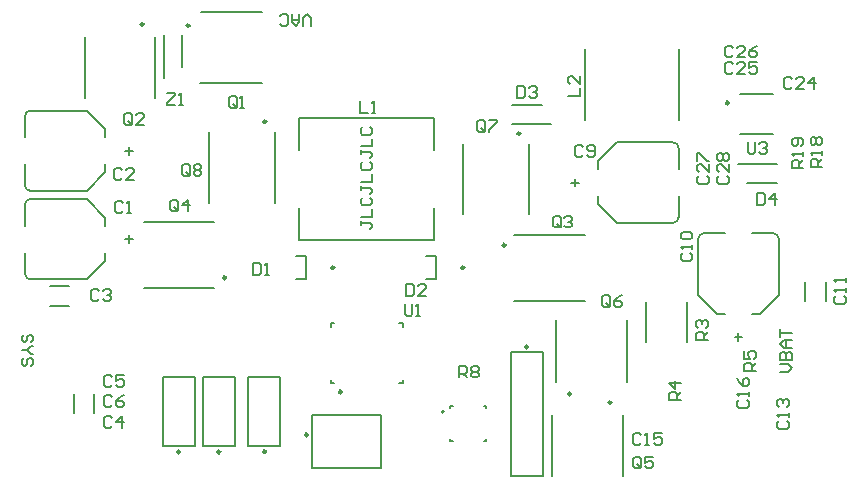
<source format=gbr>
%TF.GenerationSoftware,Altium Limited,Altium Designer,25.4.2 (15)*%
G04 Layer_Color=65535*
%FSLAX45Y45*%
%MOMM*%
%TF.SameCoordinates,3CA1961E-9661-47C5-9BAE-CD2B19B8C498*%
%TF.FilePolarity,Positive*%
%TF.FileFunction,Legend,Top*%
%TF.Part,Single*%
G01*
G75*
%TA.AperFunction,NonConductor*%
%ADD55C,0.20000*%
%ADD56C,0.25000*%
%ADD57C,0.15240*%
%ADD58C,0.12700*%
%ADD59C,0.15000*%
D55*
X14439999Y6945000D02*
G03*
X14395000Y6990000I-45000J0D01*
G01*
X13805000D02*
G03*
X13760001Y6945000I0J-45000D01*
G01*
X13592300Y7715410D02*
G03*
X13547301Y7760410I-45000J-0D01*
G01*
Y7080410D02*
G03*
X13592300Y7125410I0J45000D01*
G01*
X11608000Y5479400D02*
G03*
X11608000Y5479400I-10000J0D01*
G01*
X8105109Y7280200D02*
G03*
X8060109Y7235200I0J-45000D01*
G01*
Y6645200D02*
G03*
X8105109Y6600200I45000J0D01*
G01*
X8105000Y8030000D02*
G03*
X8060000Y7985000I0J-45000D01*
G01*
Y7395000D02*
G03*
X8105000Y7350000I45000J0D01*
G01*
X14439999Y6470000D02*
Y6945000D01*
X14214999Y6990000D02*
X14395000D01*
X14214999Y6310000D02*
X14280000D01*
X14439999Y6470000D01*
X13760001D02*
Y6945000D01*
X13805000Y6990000D02*
X13985001D01*
X13920000Y6310000D02*
X13985001D01*
X13760001Y6470000D02*
X13920000Y6310000D01*
X11525000Y6935000D02*
Y7205000D01*
X10375000Y6935000D02*
Y7205000D01*
X11525000Y7695000D02*
Y7965000D01*
X10375000Y7695000D02*
Y7965000D01*
Y6935000D02*
X11525000D01*
X10375000Y7965000D02*
X11525000D01*
X10486331Y5004549D02*
X11076331D01*
X10486331D02*
Y5454549D01*
X11076331D01*
Y5004549D02*
Y5454549D01*
X9063800Y6526500D02*
X9662800D01*
X9063800Y7086000D02*
X9662800D01*
X9225000Y5188500D02*
Y5771500D01*
X9495000D01*
Y5188500D02*
Y5771500D01*
X9225000Y5188500D02*
X9495000D01*
X12330000Y7150500D02*
Y7749500D01*
X11770500Y7150500D02*
Y7749500D01*
X12912300Y7600410D02*
X13072301Y7760410D01*
X12912300Y7535410D02*
Y7600410D01*
X13592300Y7535410D02*
Y7715410D01*
X13072301Y7760410D02*
X13547301D01*
X12912300Y7240410D02*
X13072301Y7080410D01*
X12912300Y7240410D02*
Y7305410D01*
X13592300Y7125410D02*
Y7305410D01*
X13072301Y7080410D02*
X13547301D01*
X8563487Y8135544D02*
Y8655544D01*
X9163500Y8134500D02*
Y8654500D01*
X10180000Y7250500D02*
Y7849500D01*
X9620500Y7250500D02*
Y7849500D01*
X12171800Y4938000D02*
Y5984000D01*
X12440800D01*
Y4938000D02*
Y5984000D01*
X12171800Y4938000D02*
X12440800D01*
X14170000Y7420000D02*
X14430000D01*
X14096001Y7580000D02*
X14430000D01*
X12180000Y8080000D02*
X12440000D01*
X12180000Y7920000D02*
X12514000D01*
X14110001Y8170000D02*
X14390001D01*
X14110001Y7830000D02*
X14390001D01*
X9950451Y5190264D02*
X10220450D01*
Y5773264D01*
X9950451D02*
X10220450D01*
X9950451Y5190264D02*
Y5773264D01*
X9565000Y5188500D02*
X9835000D01*
Y5771500D01*
X9565000D02*
X9835000D01*
X9565000Y5188500D02*
Y5771500D01*
X12200500Y6980000D02*
X12799500D01*
X12200500Y6420500D02*
X12799500D01*
X13156512Y5734456D02*
Y6254456D01*
X12556500Y5735500D02*
Y6255500D01*
X13317500Y6067500D02*
Y6412500D01*
X13662500Y6067500D02*
Y6412500D01*
X12523487Y4935544D02*
Y5455544D01*
X13123500Y4934500D02*
Y5454500D01*
X14837500Y6420000D02*
Y6580000D01*
X14662500Y6420000D02*
Y6580000D01*
X11535000Y6613000D02*
Y6787000D01*
X11457500Y6605000D02*
X11542500D01*
X11457500Y6795000D02*
X11542500D01*
X10435000Y6613000D02*
Y6787000D01*
X10357500Y6605000D02*
X10442500D01*
X10357500Y6795000D02*
X10442500D01*
X10648801Y5720200D02*
X10678801D01*
X11228801D02*
X11258800D01*
Y6200200D02*
Y6230200D01*
Y5720200D02*
Y5750200D01*
X10648801Y6230200D02*
X10678801D01*
X11228801D02*
X11258800D01*
X10648801Y6200200D02*
Y6230200D01*
Y5720200D02*
Y5750200D01*
X9392456Y8402179D02*
Y8672179D01*
X9237457Y8309679D02*
Y8672179D01*
X9545156Y8861148D02*
X10065156D01*
X9544112Y8261135D02*
X10064112D01*
X8472500Y5470000D02*
Y5630000D01*
X8647500Y5470000D02*
Y5630000D01*
X8105109Y7280200D02*
X8580109D01*
X8060109Y7055200D02*
Y7235200D01*
X8740109Y7055200D02*
Y7120200D01*
X8580109Y7280200D02*
X8740109Y7120200D01*
X8105109Y6600200D02*
X8580109D01*
X8060109Y6645200D02*
Y6825200D01*
X8740109Y6760200D02*
Y6825200D01*
X8580109Y6600200D02*
X8740109Y6760200D01*
X8105000Y8030000D02*
X8580000D01*
X8060000Y7805000D02*
Y7985000D01*
X8740000Y7805000D02*
Y7870000D01*
X8580000Y8030000D02*
X8740000Y7870000D01*
X8105000Y7350000D02*
X8580000D01*
X8060000Y7395000D02*
Y7575000D01*
X8740000Y7510000D02*
Y7575000D01*
X8580000Y7350000D02*
X8740000Y7510000D01*
X8270000Y6547500D02*
X8430000D01*
X8270000Y6372500D02*
X8430000D01*
D56*
X10453831Y5284549D02*
G03*
X10453831Y5284549I-12500J0D01*
G01*
X9761300Y6615520D02*
G03*
X9761300Y6615520I-12500J0D01*
G01*
X9372500Y5140000D02*
G03*
X9372500Y5140000I-12500J0D01*
G01*
X12253480Y7835500D02*
G03*
X12253480Y7835500I-12500J0D01*
G01*
X9063500Y8759500D02*
G03*
X9063500Y8759500I-12500J0D01*
G01*
X10103480Y7935500D02*
G03*
X10103480Y7935500I-12500J0D01*
G01*
X12318800Y6029000D02*
G03*
X12318800Y6029000I-12500J0D01*
G01*
X14017500Y8095000D02*
G03*
X14017500Y8095000I-12500J0D01*
G01*
X10097951Y5141764D02*
G03*
X10097951Y5141764I-12500J0D01*
G01*
X9712500Y5140000D02*
G03*
X9712500Y5140000I-12500J0D01*
G01*
X12127000Y6890980D02*
G03*
X12127000Y6890980I-12500J0D01*
G01*
X12681500Y5630500D02*
G03*
X12681500Y5630500I-12500J0D01*
G01*
X13023500Y5559500D02*
G03*
X13023500Y5559500I-12500J0D01*
G01*
X11777500Y6700000D02*
G03*
X11777500Y6700000I-12500J0D01*
G01*
X10677500D02*
G03*
X10677500Y6700000I-12500J0D01*
G01*
X10741301Y5647700D02*
G03*
X10741301Y5647700I-12500J0D01*
G01*
X9452656Y8748648D02*
G03*
X9452656Y8748648I-12500J0D01*
G01*
D57*
X12802499Y7950000D02*
Y8550000D01*
X13597501Y7950000D02*
Y8550000D01*
D58*
X11661500Y5509400D02*
Y5529400D01*
X11681500D01*
X11941500D02*
X11961500D01*
Y5509400D02*
Y5529400D01*
X11941500Y5229400D02*
X11961500D01*
Y5249400D01*
X11661500Y5229400D02*
Y5249400D01*
Y5229400D02*
X11681500D01*
D59*
X14100000Y6143322D02*
Y6076677D01*
X14133324Y6110000D02*
X14066676D01*
X8113323Y6066645D02*
X8129984Y6083306D01*
Y6116629D01*
X8113323Y6133290D01*
X8096661D01*
X8080000Y6116629D01*
Y6083306D01*
X8063339Y6066645D01*
X8046678D01*
X8030016Y6083306D01*
Y6116629D01*
X8046678Y6133290D01*
X8129984Y6033322D02*
X8113323D01*
X8080000Y6000000D01*
X8113323Y5966677D01*
X8129984D01*
X8080000Y6000000D02*
X8030016D01*
X8113323Y5866709D02*
X8129984Y5883371D01*
Y5916693D01*
X8113323Y5933354D01*
X8096661D01*
X8080000Y5916693D01*
Y5883371D01*
X8063339Y5866709D01*
X8046678D01*
X8030016Y5883371D01*
Y5916693D01*
X8046678Y5933354D01*
X10483290Y8750016D02*
Y8816661D01*
X10449968Y8849984D01*
X10416645Y8816661D01*
Y8750016D01*
X10383322Y8849984D02*
Y8783339D01*
X10350000Y8750016D01*
X10316677Y8783339D01*
Y8849984D01*
Y8800000D01*
X10383322D01*
X10216710Y8766677D02*
X10233371Y8750016D01*
X10266693D01*
X10283355Y8766677D01*
Y8833322D01*
X10266693Y8849984D01*
X10233371D01*
X10216710Y8833322D01*
X14450015Y5816726D02*
X14516661D01*
X14549983Y5850048D01*
X14516661Y5883371D01*
X14450015D01*
Y5916694D02*
X14549983D01*
Y5966677D01*
X14533322Y5983339D01*
X14516661D01*
X14499998Y5966677D01*
Y5916694D01*
Y5966677D01*
X14483337Y5983339D01*
X14466676D01*
X14450015Y5966677D01*
Y5916694D01*
X14549983Y6016661D02*
X14483337D01*
X14450015Y6049984D01*
X14483337Y6083306D01*
X14549983D01*
X14499998D01*
Y6016661D01*
X14450015Y6116629D02*
Y6183274D01*
Y6149952D01*
X14549983D01*
X10900016Y7093451D02*
Y7060129D01*
Y7076790D01*
X10983322D01*
X10999984Y7060129D01*
Y7043467D01*
X10983322Y7026806D01*
X10900016Y7126774D02*
X10999984D01*
Y7193419D01*
X10916677Y7293387D02*
X10900016Y7276726D01*
Y7243403D01*
X10916677Y7226742D01*
X10983322D01*
X10999984Y7243403D01*
Y7276726D01*
X10983322Y7293387D01*
X10900016Y7393355D02*
Y7360032D01*
Y7376693D01*
X10983322D01*
X10999984Y7360032D01*
Y7343371D01*
X10983322Y7326710D01*
X10900016Y7426677D02*
X10999984D01*
Y7493322D01*
X10916677Y7593290D02*
X10900016Y7576629D01*
Y7543306D01*
X10916677Y7526645D01*
X10983322D01*
X10999984Y7543306D01*
Y7576629D01*
X10983322Y7593290D01*
X10900016Y7693258D02*
Y7659935D01*
Y7676597D01*
X10983322D01*
X10999984Y7659935D01*
Y7643274D01*
X10983322Y7626613D01*
X10900016Y7726581D02*
X10999984D01*
Y7793226D01*
X10916677Y7893194D02*
X10900016Y7876532D01*
Y7843210D01*
X10916677Y7826548D01*
X10983322D01*
X10999984Y7843210D01*
Y7876532D01*
X10983322Y7893194D01*
X12745622Y7420410D02*
X12678977D01*
X12712299Y7387088D02*
Y7453733D01*
X8906787Y6940200D02*
X8973432D01*
X8940109Y6973523D02*
Y6906878D01*
X8906678Y7690000D02*
X8973323D01*
X8940000Y7723323D02*
Y7656678D01*
X14176694Y7759984D02*
Y7676678D01*
X14193355Y7660016D01*
X14226677D01*
X14243340Y7676678D01*
Y7759984D01*
X14276662Y7743323D02*
X14293323Y7759984D01*
X14326645D01*
X14343306Y7743323D01*
Y7726661D01*
X14326645Y7710000D01*
X14309984D01*
X14326645D01*
X14343306Y7693339D01*
Y7676678D01*
X14326645Y7660016D01*
X14293323D01*
X14276662Y7676678D01*
X14649985Y7545041D02*
X14550015D01*
Y7595024D01*
X14566676Y7611686D01*
X14600000D01*
X14616661Y7595024D01*
Y7545041D01*
Y7578363D02*
X14649985Y7611686D01*
Y7645008D02*
Y7678331D01*
Y7661670D01*
X14550015D01*
X14566676Y7645008D01*
X14633322Y7728315D02*
X14649985Y7744976D01*
Y7778299D01*
X14633322Y7794960D01*
X14566676D01*
X14550015Y7778299D01*
Y7744976D01*
X14566676Y7728315D01*
X14583339D01*
X14600000Y7744976D01*
Y7794960D01*
X14809982Y7555040D02*
X14710016D01*
Y7605024D01*
X14726677Y7621685D01*
X14759999D01*
X14776662Y7605024D01*
Y7555040D01*
Y7588363D02*
X14809982Y7621685D01*
Y7655008D02*
Y7688331D01*
Y7671669D01*
X14710016D01*
X14726677Y7655008D01*
Y7738314D02*
X14710016Y7754976D01*
Y7788298D01*
X14726677Y7804959D01*
X14743338D01*
X14759999Y7788298D01*
X14776662Y7804959D01*
X14793323D01*
X14809982Y7788298D01*
Y7754976D01*
X14793323Y7738314D01*
X14776662D01*
X14759999Y7754976D01*
X14743338Y7738314D01*
X14726677D01*
X14759999Y7754976D02*
Y7788298D01*
X12660016Y8156694D02*
X12759983D01*
Y8223339D01*
Y8323306D02*
Y8256661D01*
X12693338Y8323306D01*
X12676677D01*
X12660016Y8306645D01*
Y8273323D01*
X12676677Y8256661D01*
X14256694Y7329984D02*
Y7230016D01*
X14306677D01*
X14323338Y7246677D01*
Y7313322D01*
X14306677Y7329984D01*
X14256694D01*
X14406645Y7230016D02*
Y7329984D01*
X14356660Y7280000D01*
X14423306D01*
X12226694Y8239984D02*
Y8140016D01*
X12276678D01*
X12293339Y8156677D01*
Y8223322D01*
X12276678Y8239984D01*
X12226694D01*
X12326661Y8223322D02*
X12343323Y8239984D01*
X12376645D01*
X12393306Y8223322D01*
Y8206661D01*
X12376645Y8190000D01*
X12359984D01*
X12376645D01*
X12393306Y8173338D01*
Y8156677D01*
X12376645Y8140016D01*
X12343323D01*
X12326661Y8156677D01*
X13936678Y7473355D02*
X13920015Y7456693D01*
Y7423371D01*
X13936678Y7406710D01*
X14003322D01*
X14019983Y7423371D01*
Y7456693D01*
X14003322Y7473355D01*
X14019983Y7573322D02*
Y7506677D01*
X13953339Y7573322D01*
X13936678D01*
X13920015Y7556661D01*
Y7523339D01*
X13936678Y7506677D01*
Y7606645D02*
X13920015Y7623307D01*
Y7656629D01*
X13936678Y7673290D01*
X13953339D01*
X13970000Y7656629D01*
X13986661Y7673290D01*
X14003322D01*
X14019983Y7656629D01*
Y7623307D01*
X14003322Y7606645D01*
X13986661D01*
X13970000Y7623307D01*
X13953339Y7606645D01*
X13936678D01*
X13970000Y7623307D02*
Y7656629D01*
X13766678Y7473355D02*
X13750015Y7456693D01*
Y7423371D01*
X13766678Y7406710D01*
X13833324D01*
X13849985Y7423371D01*
Y7456693D01*
X13833324Y7473355D01*
X13849985Y7573322D02*
Y7506677D01*
X13783339Y7573322D01*
X13766678D01*
X13750015Y7556661D01*
Y7523339D01*
X13766678Y7506677D01*
X13750015Y7606645D02*
Y7673290D01*
X13766678D01*
X13833324Y7606645D01*
X13849985D01*
X14053355Y8563322D02*
X14036694Y8579984D01*
X14003371D01*
X13986710Y8563322D01*
Y8496677D01*
X14003371Y8480016D01*
X14036694D01*
X14053355Y8496677D01*
X14153322Y8480016D02*
X14086678D01*
X14153322Y8546661D01*
Y8563322D01*
X14136661Y8579984D01*
X14103339D01*
X14086678Y8563322D01*
X14253290Y8579984D02*
X14219968Y8563322D01*
X14186646Y8530000D01*
Y8496677D01*
X14203307Y8480016D01*
X14236629D01*
X14253290Y8496677D01*
Y8513339D01*
X14236629Y8530000D01*
X14186646D01*
X14053355Y8423322D02*
X14036694Y8439984D01*
X14003371D01*
X13986710Y8423322D01*
Y8356677D01*
X14003371Y8340016D01*
X14036694D01*
X14053355Y8356677D01*
X14153322Y8340016D02*
X14086678D01*
X14153322Y8406661D01*
Y8423322D01*
X14136661Y8439984D01*
X14103339D01*
X14086678Y8423322D01*
X14253290Y8439984D02*
X14186646D01*
Y8390000D01*
X14219968Y8406661D01*
X14236629D01*
X14253290Y8390000D01*
Y8356677D01*
X14236629Y8340016D01*
X14203307D01*
X14186646Y8356677D01*
X14553355Y8293323D02*
X14536694Y8309984D01*
X14503371D01*
X14486710Y8293323D01*
Y8226677D01*
X14503371Y8210016D01*
X14536694D01*
X14553355Y8226677D01*
X14653322Y8210016D02*
X14586678D01*
X14653322Y8276661D01*
Y8293323D01*
X14636661Y8309984D01*
X14603339D01*
X14586678Y8293323D01*
X14736629Y8210016D02*
Y8309984D01*
X14686646Y8260000D01*
X14753290D01*
X9263355Y8179984D02*
X9330000D01*
Y8163323D01*
X9263355Y8096677D01*
Y8080016D01*
X9330000D01*
X9363323D02*
X9396645D01*
X9379984D01*
Y8179984D01*
X9363323Y8163323D01*
X11273355Y6389984D02*
Y6306678D01*
X11290016Y6290016D01*
X11323339D01*
X11340000Y6306678D01*
Y6389984D01*
X11373323Y6290016D02*
X11406645D01*
X11389984D01*
Y6389984D01*
X11373323Y6373323D01*
X11736694Y5770016D02*
Y5869984D01*
X11786677D01*
X11803339Y5853323D01*
Y5820000D01*
X11786677Y5803339D01*
X11736694D01*
X11770016D02*
X11803339Y5770016D01*
X11836661Y5853323D02*
X11853323Y5869984D01*
X11886645D01*
X11903306Y5853323D01*
Y5836661D01*
X11886645Y5820000D01*
X11903306Y5803339D01*
Y5786678D01*
X11886645Y5770016D01*
X11853323D01*
X11836661Y5786678D01*
Y5803339D01*
X11853323Y5820000D01*
X11836661Y5836661D01*
Y5853323D01*
X11853323Y5820000D02*
X11886645D01*
X14249983Y5826694D02*
X14150015D01*
Y5876678D01*
X14166676Y5893339D01*
X14200000D01*
X14216661Y5876678D01*
Y5826694D01*
Y5860016D02*
X14249983Y5893339D01*
X14150015Y5993307D02*
Y5926662D01*
X14200000D01*
X14183337Y5959984D01*
Y5976645D01*
X14200000Y5993307D01*
X14233322D01*
X14249983Y5976645D01*
Y5943323D01*
X14233322Y5926662D01*
X13609984Y5576694D02*
X13510016D01*
Y5626678D01*
X13526677Y5643339D01*
X13560001D01*
X13576662Y5626678D01*
Y5576694D01*
Y5610016D02*
X13609984Y5643339D01*
Y5726646D02*
X13510016D01*
X13560001Y5676662D01*
Y5743307D01*
X13839984Y6086694D02*
X13740016D01*
Y6136678D01*
X13756677Y6153339D01*
X13789999D01*
X13806660Y6136678D01*
Y6086694D01*
Y6120016D02*
X13839984Y6153339D01*
X13756677Y6186662D02*
X13740016Y6203323D01*
Y6236646D01*
X13756677Y6253307D01*
X13773338D01*
X13789999Y6236646D01*
Y6219984D01*
Y6236646D01*
X13806660Y6253307D01*
X13823322D01*
X13839984Y6236646D01*
Y6203323D01*
X13823322Y6186662D01*
X9453339Y7496677D02*
Y7563322D01*
X9436678Y7579984D01*
X9403355D01*
X9386694Y7563322D01*
Y7496677D01*
X9403355Y7480016D01*
X9436678D01*
X9420016Y7513339D02*
X9453339Y7480016D01*
X9436678D02*
X9453339Y7496677D01*
X9486661Y7563322D02*
X9503323Y7579984D01*
X9536645D01*
X9553307Y7563322D01*
Y7546661D01*
X9536645Y7530000D01*
X9553307Y7513339D01*
Y7496677D01*
X9536645Y7480016D01*
X9503323D01*
X9486661Y7496677D01*
Y7513339D01*
X9503323Y7530000D01*
X9486661Y7546661D01*
Y7563322D01*
X9503323Y7530000D02*
X9536645D01*
X11953339Y7866677D02*
Y7933322D01*
X11936677Y7949984D01*
X11903355D01*
X11886694Y7933322D01*
Y7866677D01*
X11903355Y7850016D01*
X11936677D01*
X11920016Y7883339D02*
X11953339Y7850016D01*
X11936677D02*
X11953339Y7866677D01*
X11986661Y7949984D02*
X12053306D01*
Y7933322D01*
X11986661Y7866677D01*
Y7850016D01*
X13013339Y6386678D02*
Y6453323D01*
X12996678Y6469984D01*
X12963354D01*
X12946693Y6453323D01*
Y6386678D01*
X12963354Y6370016D01*
X12996678D01*
X12980016Y6403339D02*
X13013339Y6370016D01*
X12996678D02*
X13013339Y6386678D01*
X13113307Y6469984D02*
X13079984Y6453323D01*
X13046661Y6420000D01*
Y6386678D01*
X13063322Y6370016D01*
X13096645D01*
X13113307Y6386678D01*
Y6403339D01*
X13096645Y6420000D01*
X13046661D01*
X13273338Y5016678D02*
Y5083323D01*
X13256677Y5099984D01*
X13223355D01*
X13206694Y5083323D01*
Y5016678D01*
X13223355Y5000016D01*
X13256677D01*
X13240016Y5033339D02*
X13273338Y5000016D01*
X13256677D02*
X13273338Y5016678D01*
X13373306Y5099984D02*
X13306660D01*
Y5050000D01*
X13339984Y5066661D01*
X13356645D01*
X13373306Y5050000D01*
Y5016678D01*
X13356645Y5000016D01*
X13323323D01*
X13306660Y5016678D01*
X9356639Y7193177D02*
Y7259822D01*
X9339978Y7276484D01*
X9306655D01*
X9289994Y7259822D01*
Y7193177D01*
X9306655Y7176516D01*
X9339978D01*
X9323316Y7209839D02*
X9356639Y7176516D01*
X9339978D02*
X9356639Y7193177D01*
X9439945Y7176516D02*
Y7276484D01*
X9389961Y7226500D01*
X9456606D01*
X12593339Y7056678D02*
Y7123323D01*
X12576677Y7139984D01*
X12543355D01*
X12526694Y7123323D01*
Y7056678D01*
X12543355Y7040016D01*
X12576677D01*
X12560016Y7073339D02*
X12593339Y7040016D01*
X12576677D02*
X12593339Y7056678D01*
X12626661Y7123323D02*
X12643323Y7139984D01*
X12676645D01*
X12693306Y7123323D01*
Y7106661D01*
X12676645Y7090000D01*
X12659984D01*
X12676645D01*
X12693306Y7073339D01*
Y7056678D01*
X12676645Y7040016D01*
X12643323D01*
X12626661Y7056678D01*
X8963339Y7926678D02*
Y7993323D01*
X8946678Y8009984D01*
X8913355D01*
X8896694Y7993323D01*
Y7926678D01*
X8913355Y7910016D01*
X8946678D01*
X8930016Y7943339D02*
X8963339Y7910016D01*
X8946678D02*
X8963339Y7926678D01*
X9063306Y7910016D02*
X8996661D01*
X9063306Y7976661D01*
Y7993323D01*
X9046645Y8009984D01*
X9013323D01*
X8996661Y7993323D01*
X9850000Y8066678D02*
Y8133323D01*
X9833339Y8149984D01*
X9800016D01*
X9783355Y8133323D01*
Y8066678D01*
X9800016Y8050016D01*
X9833339D01*
X9816678Y8083339D02*
X9850000Y8050016D01*
X9833339D02*
X9850000Y8066678D01*
X9883323Y8050016D02*
X9916645D01*
X9899984D01*
Y8149984D01*
X9883323Y8133323D01*
X10893355Y8109984D02*
Y8010016D01*
X10960000D01*
X10993323D02*
X11026645D01*
X11009984D01*
Y8109984D01*
X10993323Y8093322D01*
X11286694Y6559984D02*
Y6460016D01*
X11336678D01*
X11353339Y6476677D01*
Y6543322D01*
X11336678Y6559984D01*
X11286694D01*
X11453307Y6460016D02*
X11386662D01*
X11453307Y6526661D01*
Y6543322D01*
X11436645Y6559984D01*
X11403323D01*
X11386662Y6543322D01*
X9993355Y6739984D02*
Y6640016D01*
X10043339D01*
X10060000Y6656678D01*
Y6723323D01*
X10043339Y6739984D01*
X9993355D01*
X10093323Y6640016D02*
X10126645D01*
X10109984D01*
Y6739984D01*
X10093323Y6723323D01*
X14106677Y5581686D02*
X14090016Y5565024D01*
Y5531702D01*
X14106677Y5515041D01*
X14173322D01*
X14189984Y5531702D01*
Y5565024D01*
X14173322Y5581686D01*
X14189984Y5615008D02*
Y5648331D01*
Y5631670D01*
X14090016D01*
X14106677Y5615008D01*
X14090016Y5764960D02*
X14106677Y5731637D01*
X14139999Y5698315D01*
X14173322D01*
X14189984Y5714976D01*
Y5748299D01*
X14173322Y5764960D01*
X14156660D01*
X14139999Y5748299D01*
Y5698315D01*
X13271684Y5283322D02*
X13255025Y5299984D01*
X13221703D01*
X13205040Y5283322D01*
Y5216677D01*
X13221703Y5200016D01*
X13255025D01*
X13271684Y5216677D01*
X13305008Y5200016D02*
X13338332D01*
X13321671D01*
Y5299984D01*
X13305008Y5283322D01*
X13454961Y5299984D02*
X13388315D01*
Y5250000D01*
X13421637Y5266661D01*
X13438298D01*
X13454961Y5250000D01*
Y5216677D01*
X13438298Y5200016D01*
X13404976D01*
X13388315Y5216677D01*
X14446677Y5401685D02*
X14430016Y5385024D01*
Y5351702D01*
X14446677Y5335040D01*
X14513322D01*
X14529984Y5351702D01*
Y5385024D01*
X14513322Y5401685D01*
X14529984Y5435008D02*
Y5468330D01*
Y5451669D01*
X14430016D01*
X14446677Y5435008D01*
Y5518314D02*
X14430016Y5534976D01*
Y5568298D01*
X14446677Y5584959D01*
X14463339D01*
X14480000Y5568298D01*
Y5551637D01*
Y5568298D01*
X14496661Y5584959D01*
X14513322D01*
X14529984Y5568298D01*
Y5534976D01*
X14513322Y5518314D01*
X14926398Y6458067D02*
X14909737Y6441406D01*
Y6408083D01*
X14926398Y6391422D01*
X14993044D01*
X15009705Y6408083D01*
Y6441406D01*
X14993044Y6458067D01*
X15009705Y6491390D02*
Y6524712D01*
Y6508051D01*
X14909737D01*
X14926398Y6491390D01*
X15009705Y6574696D02*
Y6608019D01*
Y6591358D01*
X14909737D01*
X14926398Y6574696D01*
X13626677Y6821685D02*
X13610016Y6805024D01*
Y6771702D01*
X13626677Y6755040D01*
X13693323D01*
X13709984Y6771702D01*
Y6805024D01*
X13693323Y6821685D01*
X13709984Y6855008D02*
Y6888331D01*
Y6871670D01*
X13610016D01*
X13626677Y6855008D01*
Y6938315D02*
X13610016Y6954976D01*
Y6988298D01*
X13626677Y7004960D01*
X13693323D01*
X13709984Y6988298D01*
Y6954976D01*
X13693323Y6938315D01*
X13626677D01*
X12783339Y7723323D02*
X12766678Y7739984D01*
X12733355D01*
X12716694Y7723323D01*
Y7656678D01*
X12733355Y7640016D01*
X12766678D01*
X12783339Y7656678D01*
X12816661D02*
X12833324Y7640016D01*
X12866644D01*
X12883305Y7656678D01*
Y7723323D01*
X12866644Y7739984D01*
X12833324D01*
X12816661Y7723323D01*
Y7706661D01*
X12833324Y7690000D01*
X12883305D01*
X8793339Y5603323D02*
X8776677Y5619984D01*
X8743355D01*
X8726693Y5603323D01*
Y5536678D01*
X8743355Y5520016D01*
X8776677D01*
X8793339Y5536678D01*
X8893306Y5619984D02*
X8859984Y5603323D01*
X8826661Y5570000D01*
Y5536678D01*
X8843323Y5520016D01*
X8876645D01*
X8893306Y5536678D01*
Y5553339D01*
X8876645Y5570000D01*
X8826661D01*
X8793339Y5773322D02*
X8776677Y5789984D01*
X8743355D01*
X8726693Y5773322D01*
Y5706677D01*
X8743355Y5690016D01*
X8776677D01*
X8793339Y5706677D01*
X8893306Y5789984D02*
X8826661D01*
Y5740000D01*
X8859984Y5756661D01*
X8876645D01*
X8893306Y5740000D01*
Y5706677D01*
X8876645Y5690016D01*
X8843323D01*
X8826661Y5706677D01*
X8793339Y5423322D02*
X8776677Y5439984D01*
X8743355D01*
X8726693Y5423322D01*
Y5356677D01*
X8743355Y5340016D01*
X8776677D01*
X8793339Y5356677D01*
X8876645Y5340016D02*
Y5439984D01*
X8826661Y5390000D01*
X8893306D01*
X8683339Y6503323D02*
X8666678Y6519984D01*
X8633355D01*
X8616694Y6503323D01*
Y6436678D01*
X8633355Y6420016D01*
X8666678D01*
X8683339Y6436678D01*
X8716662Y6503323D02*
X8733323Y6519984D01*
X8766645D01*
X8783307Y6503323D01*
Y6486661D01*
X8766645Y6470000D01*
X8749984D01*
X8766645D01*
X8783307Y6453339D01*
Y6436678D01*
X8766645Y6420016D01*
X8733323D01*
X8716662Y6436678D01*
X8883339Y7523323D02*
X8866677Y7539984D01*
X8833355D01*
X8816694Y7523323D01*
Y7456677D01*
X8833355Y7440016D01*
X8866677D01*
X8883339Y7456677D01*
X8983306Y7440016D02*
X8916661D01*
X8983306Y7506661D01*
Y7523323D01*
X8966645Y7539984D01*
X8933323D01*
X8916661Y7523323D01*
X8890000Y7243323D02*
X8873339Y7259984D01*
X8840016D01*
X8823355Y7243323D01*
Y7176678D01*
X8840016Y7160016D01*
X8873339D01*
X8890000Y7176678D01*
X8923323Y7160016D02*
X8956645D01*
X8939984D01*
Y7259984D01*
X8923323Y7243323D01*
%TF.MD5,eb5a1b371b4c0fe6cb833039d5fe61cc*%
M02*

</source>
